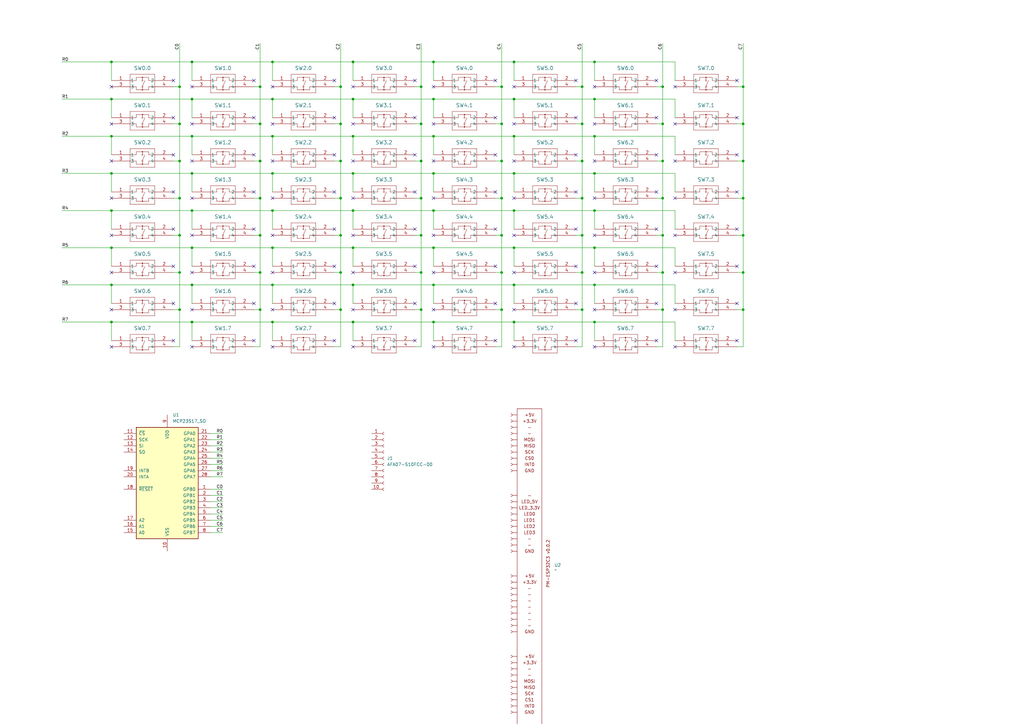
<source format=kicad_sch>
(kicad_sch (version 20231120) (generator "eeschema") (generator_version "8.0")
  (paper "A3")
  (lib_symbols
    (symbol "kicad_inventree_lib:AFA07-S10FCC-00" (pin_names (offset 1.016) hide)
      (property "Reference" "J" (at 0 12.7 0))
      (property "Value" "AFA07-S10FCC-00" (at 0 -15.24 0))
      (symbol "AFA07-S10FCC-00_1_1"
        (pin passive line (at -5.08 10.16 0) (length 3.81) (name "Pin_1") (number "1"))
        (pin passive line (at -5.08 -12.7 0) (length 3.81) (name "Pin_10") (number "10"))
        (pin passive line (at -5.08 7.62 0) (length 3.81) (name "Pin_2") (number "2"))
        (pin passive line (at -5.08 5.08 0) (length 3.81) (name "Pin_3") (number "3"))
        (pin passive line (at -5.08 2.54 0) (length 3.81) (name "Pin_4") (number "4"))
        (pin passive line (at -5.08 0 0) (length 3.81) (name "Pin_5") (number "5"))
        (pin passive line (at -5.08 -2.54 0) (length 3.81) (name "Pin_6") (number "6"))
        (pin passive line (at -5.08 -5.08 0) (length 3.81) (name "Pin_7") (number "7"))
        (pin passive line (at -5.08 -7.62 0) (length 3.81) (name "Pin_8") (number "8"))
        (pin passive line (at -5.08 -10.16 0) (length 3.81) (name "Pin_9") (number "9"))
      )
    )
    (symbol "kicad_inventree_lib:MCP23S17_SO" (pin_names (offset 1.016))
      (property "Reference" "U" (at -11.43 24.13 0))
      (property "Value" "MCP23S17_SO" (at 0 0 0))
      (symbol "MCP23S17_SO_1_1"
        (pin bidirectional line (at 17.78 -2.54 180) (length 5.08) (name "GPB0") (number "1"))
        (pin power_in line (at 0 -27.94 90) (length 5.08) (name "VSS") (number "10"))
        (pin input line (at -17.78 20.32 0) (length 5.08) (name "~{CS}") (number "11"))
        (pin input line (at -17.78 17.78 0) (length 5.08) (name "SCK") (number "12"))
        (pin input line (at -17.78 15.24 0) (length 5.08) (name "SI") (number "13"))
        (pin output line (at -17.78 12.7 0) (length 5.08) (name "SO") (number "14"))
        (pin input line (at -17.78 -20.32 0) (length 5.08) (name "A0") (number "15"))
        (pin input line (at -17.78 -17.78 0) (length 5.08) (name "A1") (number "16"))
        (pin input line (at -17.78 -15.24 0) (length 5.08) (name "A2") (number "17"))
        (pin input line (at -17.78 -2.54 0) (length 5.08) (name "~{RESET}") (number "18"))
        (pin tri_state line (at -17.78 5.08 0) (length 5.08) (name "INTB") (number "19"))
        (pin bidirectional line (at 17.78 -5.08 180) (length 5.08) (name "GPB1") (number "2"))
        (pin tri_state line (at -17.78 2.54 0) (length 5.08) (name "INTA") (number "20"))
        (pin bidirectional line (at 17.78 20.32 180) (length 5.08) (name "GPA0") (number "21"))
        (pin bidirectional line (at 17.78 17.78 180) (length 5.08) (name "GPA1") (number "22"))
        (pin bidirectional line (at 17.78 15.24 180) (length 5.08) (name "GPA2") (number "23"))
        (pin bidirectional line (at 17.78 12.7 180) (length 5.08) (name "GPA3") (number "24"))
        (pin bidirectional line (at 17.78 10.16 180) (length 5.08) (name "GPA4") (number "25"))
        (pin bidirectional line (at 17.78 7.62 180) (length 5.08) (name "GPA5") (number "26"))
        (pin bidirectional line (at 17.78 5.08 180) (length 5.08) (name "GPA6") (number "27"))
        (pin bidirectional line (at 17.78 2.54 180) (length 5.08) (name "GPA7") (number "28"))
        (pin bidirectional line (at 17.78 -7.62 180) (length 5.08) (name "GPB2") (number "3"))
        (pin bidirectional line (at 17.78 -10.16 180) (length 5.08) (name "GPB3") (number "4"))
        (pin bidirectional line (at 17.78 -12.7 180) (length 5.08) (name "GPB4") (number "5"))
        (pin bidirectional line (at 17.78 -15.24 180) (length 5.08) (name "GPB5") (number "6"))
        (pin bidirectional line (at 17.78 -17.78 180) (length 5.08) (name "GPB6") (number "7"))
        (pin bidirectional line (at 17.78 -20.32 180) (length 5.08) (name "GPB7") (number "8"))
        (pin power_in line (at 0 27.94 270) (length 5.08) (name "VDD") (number "9"))
      )
    )
    (symbol "kicad_inventree_lib:PM-ESP32C3_v0.0.2"
      (property "Reference" "U" (at 0 0 0))
      (symbol "PM-ESP32C3_v0.0.2_1_1"
        (text "+3.3V" (at 0 -106.68 0) (effects (font (size 1.27 1.27))))
        (text "+3.3V" (at 0 -73.66 0) (effects (font (size 1.27 1.27))))
        (text "+3.3V" (at 0 -7.62 0) (effects (font (size 1.27 1.27))))
        (text "+5V" (at 0 -104.14 0) (effects (font (size 1.27 1.27))))
        (text "+5V" (at 0 -71.12 0) (effects (font (size 1.27 1.27))))
        (text "+5V" (at 0 -5.08 0) (effects (font (size 1.27 1.27))))
        (text "-" (at 0 -111.76 0) (effects (font (size 1.27 1.27))))
        (text "-" (at 0 -109.22 0) (effects (font (size 1.27 1.27))))
        (text "-" (at 0 -91.44 0) (effects (font (size 1.27 1.27))))
        (text "-" (at 0 -88.9 0) (effects (font (size 1.27 1.27))))
        (text "-" (at 0 -86.36 0) (effects (font (size 1.27 1.27))))
        (text "-" (at 0 -83.82 0) (effects (font (size 1.27 1.27))))
        (text "-" (at 0 -81.28 0) (effects (font (size 1.27 1.27))))
        (text "-" (at 0 -78.74 0) (effects (font (size 1.27 1.27))))
        (text "-" (at 0 -76.2 0) (effects (font (size 1.27 1.27))))
        (text "-" (at 0 -58.42 0) (effects (font (size 1.27 1.27))))
        (text "-" (at 0 -55.88 0) (effects (font (size 1.27 1.27))))
        (text "-" (at 0 -38.1 0) (effects (font (size 1.27 1.27))))
        (text "-" (at 0 -12.7 0) (effects (font (size 1.27 1.27))))
        (text "-" (at 0 -10.16 0) (effects (font (size 1.27 1.27))))
        (text "CS0" (at 0 -22.86 0) (effects (font (size 1.27 1.27))))
        (text "CS1" (at 0 -121.92 0) (effects (font (size 1.27 1.27))))
        (text "GND" (at 0 -127 0) (effects (font (size 1.27 1.27))))
        (text "GND" (at 0 -93.98 0) (effects (font (size 1.27 1.27))))
        (text "GND" (at 0 -60.96 0) (effects (font (size 1.27 1.27))))
        (text "GND" (at 0 -27.94 0) (effects (font (size 1.27 1.27))))
        (text "INT0" (at 0 -124.46 0) (effects (font (size 1.27 1.27))))
        (text "INT0" (at 0 -25.4 0) (effects (font (size 1.27 1.27))))
        (text "LED0" (at 0 -45.72 0) (effects (font (size 1.27 1.27))))
        (text "LED1" (at 0 -48.26 0) (effects (font (size 1.27 1.27))))
        (text "LED2" (at 0 -50.8 0) (effects (font (size 1.27 1.27))))
        (text "LED3" (at 0 -53.34 0) (effects (font (size 1.27 1.27))))
        (text "LED_3.3V" (at 0 -43.18 0) (effects (font (size 1.27 1.27))))
        (text "LED_5V" (at 0 -40.64 0) (effects (font (size 1.27 1.27))))
        (text "MISO" (at 0 -116.84 0) (effects (font (size 1.27 1.27))))
        (text "MISO" (at 0 -17.78 0) (effects (font (size 1.27 1.27))))
        (text "MOSI" (at 0 -114.3 0) (effects (font (size 1.27 1.27))))
        (text "MOSI" (at 0 -15.24 0) (effects (font (size 1.27 1.27))))
        (text "PM-ESP32C3 v0.0.2" (at 7.62 -66.04 900) (effects (font (size 1.27 1.27))))
        (text "SCK" (at 0 -119.38 0) (effects (font (size 1.27 1.27))))
        (text "SCK" (at 0 -20.32 0) (effects (font (size 1.27 1.27))))
      )
    )
    (symbol "kicad_inventree_lib:TS-1187A-B-A-B" (pin_names (offset 0.254))
      (property "Reference" "SW" (at 12.7 7.62 0))
      (property "Value" "TS-1187A-B-A-B" (at 12.7 5.08 0))
      (symbol "TS-1187A-B-A-B_0_1"
        (pin unspecified line (at 0 0 0) (length 7.62) (name "1") (number "1"))
        (pin unspecified line (at 25.4 0 180) (length 7.62) (name "2") (number "2"))
        (pin unspecified line (at 0 -2.54 0) (length 7.62) (name "3") (number "3"))
        (pin unspecified line (at 25.4 -2.54 180) (length 7.62) (name "4") (number "4"))
      )
    )
  )
  (junction (at 177.8 116.84))
  (junction (at 304.8 35.56))
  (junction (at 177.8 25.4))
  (junction (at 243.84 40.64))
  (junction (at 205.74 96.52))
  (junction (at 304.8 66.04))
  (junction (at 210.82 25.4))
  (junction (at 177.8 40.64))
  (junction (at 73.66 50.8))
  (junction (at 205.74 81.28))
  (junction (at 144.78 40.64))
  (junction (at 78.74 132.08))
  (junction (at 243.84 71.12))
  (junction (at 78.74 25.4))
  (junction (at 177.8 86.36))
  (junction (at 78.74 55.88))
  (junction (at 106.68 96.52))
  (junction (at 106.68 81.28))
  (junction (at 73.66 111.76))
  (junction (at 172.72 81.28))
  (junction (at 45.72 25.4))
  (junction (at 172.72 66.04))
  (junction (at 210.82 40.64))
  (junction (at 45.72 86.36))
  (junction (at 304.8 96.52))
  (junction (at 111.76 116.84))
  (junction (at 144.78 25.4))
  (junction (at 45.72 71.12))
  (junction (at 243.84 132.08))
  (junction (at 73.66 81.28))
  (junction (at 78.74 101.6))
  (junction (at 238.76 50.8))
  (junction (at 210.82 86.36))
  (junction (at 271.78 127))
  (junction (at 73.66 35.56))
  (junction (at 271.78 81.28))
  (junction (at 205.74 127))
  (junction (at 238.76 127))
  (junction (at 205.74 50.8))
  (junction (at 271.78 50.8))
  (junction (at 139.7 35.56))
  (junction (at 304.8 127))
  (junction (at 45.72 55.88))
  (junction (at 177.8 55.88))
  (junction (at 144.78 132.08))
  (junction (at 243.84 25.4))
  (junction (at 139.7 81.28))
  (junction (at 172.72 111.76))
  (junction (at 177.8 71.12))
  (junction (at 243.84 55.88))
  (junction (at 177.8 101.6))
  (junction (at 205.74 35.56))
  (junction (at 106.68 50.8))
  (junction (at 210.82 71.12))
  (junction (at 45.72 116.84))
  (junction (at 172.72 35.56))
  (junction (at 144.78 71.12))
  (junction (at 172.72 96.52))
  (junction (at 210.82 55.88))
  (junction (at 238.76 35.56))
  (junction (at 78.74 116.84))
  (junction (at 139.7 66.04))
  (junction (at 106.68 35.56))
  (junction (at 139.7 50.8))
  (junction (at 139.7 96.52))
  (junction (at 78.74 40.64))
  (junction (at 210.82 101.6))
  (junction (at 271.78 66.04))
  (junction (at 111.76 132.08))
  (junction (at 238.76 96.52))
  (junction (at 45.72 40.64))
  (junction (at 45.72 101.6))
  (junction (at 111.76 71.12))
  (junction (at 271.78 111.76))
  (junction (at 238.76 111.76))
  (junction (at 144.78 55.88))
  (junction (at 172.72 127))
  (junction (at 243.84 86.36))
  (junction (at 139.7 127))
  (junction (at 205.74 66.04))
  (junction (at 238.76 81.28))
  (junction (at 172.72 50.8))
  (junction (at 106.68 127))
  (junction (at 144.78 101.6))
  (junction (at 304.8 81.28))
  (junction (at 210.82 116.84))
  (junction (at 177.8 132.08))
  (junction (at 106.68 111.76))
  (junction (at 243.84 101.6))
  (junction (at 111.76 55.88))
  (junction (at 205.74 111.76))
  (junction (at 139.7 111.76))
  (junction (at 111.76 101.6))
  (junction (at 111.76 40.64))
  (junction (at 73.66 127))
  (junction (at 73.66 66.04))
  (junction (at 243.84 116.84))
  (junction (at 73.66 96.52))
  (junction (at 271.78 35.56))
  (junction (at 238.76 66.04))
  (junction (at 210.82 132.08))
  (junction (at 304.8 111.76))
  (junction (at 45.72 132.08))
  (junction (at 271.78 96.52))
  (junction (at 144.78 86.36))
  (junction (at 106.68 66.04))
  (junction (at 111.76 86.36))
  (junction (at 304.8 50.8))
  (junction (at 78.74 86.36))
  (junction (at 111.76 25.4))
  (junction (at 144.78 116.84))
  (junction (at 78.74 71.12))
  (no_connect (at 71.12 63.5))
  (no_connect (at 203.2 63.5))
  (no_connect (at 111.76 142.24))
  (no_connect (at 243.84 142.24))
  (no_connect (at 45.72 35.56))
  (no_connect (at 243.84 50.8))
  (no_connect (at 203.2 78.74))
  (no_connect (at 78.74 35.56))
  (no_connect (at 276.86 127))
  (no_connect (at 269.24 124.46))
  (no_connect (at 203.2 124.46))
  (no_connect (at 269.24 93.98))
  (no_connect (at 71.12 124.46))
  (no_connect (at 104.14 109.22))
  (no_connect (at 71.12 48.26))
  (no_connect (at 170.18 124.46))
  (no_connect (at 137.16 63.5))
  (no_connect (at 170.18 48.26))
  (no_connect (at 210.82 81.28))
  (no_connect (at 45.72 111.76))
  (no_connect (at 104.14 33.02))
  (no_connect (at 78.74 50.8))
  (no_connect (at 276.86 111.76))
  (no_connect (at 45.72 127))
  (no_connect (at 78.74 66.04))
  (no_connect (at 71.12 109.22))
  (no_connect (at 302.26 33.02))
  (no_connect (at 137.16 78.74))
  (no_connect (at 243.84 111.76))
  (no_connect (at 236.22 139.7))
  (no_connect (at 144.78 66.04))
  (no_connect (at 137.16 139.7))
  (no_connect (at 71.12 33.02))
  (no_connect (at 170.18 109.22))
  (no_connect (at 78.74 96.52))
  (no_connect (at 104.14 93.98))
  (no_connect (at 137.16 48.26))
  (no_connect (at 78.74 81.28))
  (no_connect (at 269.24 109.22))
  (no_connect (at 302.26 78.74))
  (no_connect (at 170.18 33.02))
  (no_connect (at 144.78 96.52))
  (no_connect (at 269.24 48.26))
  (no_connect (at 236.22 63.5))
  (no_connect (at 269.24 139.7))
  (no_connect (at 71.12 93.98))
  (no_connect (at 203.2 93.98))
  (no_connect (at 111.76 111.76))
  (no_connect (at 302.26 109.22))
  (no_connect (at 111.76 66.04))
  (no_connect (at 203.2 48.26))
  (no_connect (at 170.18 139.7))
  (no_connect (at 302.26 63.5))
  (no_connect (at 210.82 35.56))
  (no_connect (at 104.14 78.74))
  (no_connect (at 45.72 96.52))
  (no_connect (at 137.16 33.02))
  (no_connect (at 236.22 48.26))
  (no_connect (at 144.78 111.76))
  (no_connect (at 302.26 139.7))
  (no_connect (at 203.2 109.22))
  (no_connect (at 104.14 48.26))
  (no_connect (at 111.76 81.28))
  (no_connect (at 78.74 142.24))
  (no_connect (at 137.16 93.98))
  (no_connect (at 210.82 66.04))
  (no_connect (at 144.78 50.8))
  (no_connect (at 177.8 81.28))
  (no_connect (at 144.78 35.56))
  (no_connect (at 276.86 81.28))
  (no_connect (at 104.14 63.5))
  (no_connect (at 78.74 111.76))
  (no_connect (at 45.72 142.24))
  (no_connect (at 236.22 124.46))
  (no_connect (at 177.8 111.76))
  (no_connect (at 177.8 142.24))
  (no_connect (at 137.16 109.22))
  (no_connect (at 78.74 127))
  (no_connect (at 104.14 139.7))
  (no_connect (at 111.76 127))
  (no_connect (at 203.2 139.7))
  (no_connect (at 243.84 81.28))
  (no_connect (at 45.72 50.8))
  (no_connect (at 269.24 78.74))
  (no_connect (at 236.22 109.22))
  (no_connect (at 45.72 66.04))
  (no_connect (at 302.26 93.98))
  (no_connect (at 177.8 127))
  (no_connect (at 210.82 111.76))
  (no_connect (at 71.12 139.7))
  (no_connect (at 144.78 81.28))
  (no_connect (at 170.18 78.74))
  (no_connect (at 276.86 50.8))
  (no_connect (at 144.78 142.24))
  (no_connect (at 269.24 33.02))
  (no_connect (at 137.16 124.46))
  (no_connect (at 71.12 78.74))
  (no_connect (at 236.22 93.98))
  (no_connect (at 302.26 124.46))
  (no_connect (at 170.18 93.98))
  (no_connect (at 45.72 81.28))
  (no_connect (at 177.8 35.56))
  (no_connect (at 203.2 33.02))
  (no_connect (at 177.8 96.52))
  (no_connect (at 243.84 96.52))
  (no_connect (at 243.84 127))
  (no_connect (at 276.86 66.04))
  (no_connect (at 269.24 63.5))
  (no_connect (at 210.82 50.8))
  (no_connect (at 210.82 142.24))
  (no_connect (at 177.8 50.8))
  (no_connect (at 210.82 96.52))
  (no_connect (at 177.8 66.04))
  (no_connect (at 104.14 124.46))
  (no_connect (at 111.76 96.52))
  (no_connect (at 210.82 127))
  (no_connect (at 236.22 78.74))
  (no_connect (at 144.78 127))
  (no_connect (at 111.76 35.56))
  (no_connect (at 111.76 50.8))
  (no_connect (at 236.22 33.02))
  (no_connect (at 276.86 142.24))
  (no_connect (at 170.18 63.5))
  (no_connect (at 276.86 35.56))
  (no_connect (at 243.84 35.56))
  (no_connect (at 243.84 66.04))
  (no_connect (at 302.26 48.26))
  (no_connect (at 276.86 96.52))
  (wire (pts (xy 137.16 127) (xy 139.7 127)))
  (wire (pts (xy 276.86 124.46) (xy 276.86 116.84)))
  (wire (pts (xy 271.78 50.8) (xy 269.24 50.8)))
  (wire (pts (xy 236.22 96.52) (xy 238.76 96.52)))
  (wire (pts (xy 25.4 40.64) (xy 45.72 40.64)))
  (wire (pts (xy 210.82 93.98) (xy 210.82 86.36)))
  (wire (pts (xy 203.2 96.52) (xy 205.74 96.52)))
  (wire (pts (xy 144.78 116.84) (xy 177.8 116.84)))
  (wire (pts (xy 177.8 33.02) (xy 177.8 25.4)))
  (wire (pts (xy 86.36 200.66) (xy 91.44 200.66)))
  (wire (pts (xy 71.12 127) (xy 73.66 127)))
  (wire (pts (xy 177.8 25.4) (xy 210.82 25.4)))
  (wire (pts (xy 172.72 96.52) (xy 172.72 81.28)))
  (wire (pts (xy 144.78 132.08) (xy 177.8 132.08)))
  (wire (pts (xy 106.68 17.78) (xy 106.68 35.56)))
  (wire (pts (xy 45.72 116.84) (xy 45.72 124.46)))
  (wire (pts (xy 172.72 127) (xy 172.72 111.76)))
  (wire (pts (xy 203.2 127) (xy 205.74 127)))
  (wire (pts (xy 243.84 101.6) (xy 276.86 101.6)))
  (wire (pts (xy 144.78 71.12) (xy 177.8 71.12)))
  (wire (pts (xy 276.86 55.88) (xy 243.84 55.88)))
  (wire (pts (xy 144.78 55.88) (xy 144.78 63.5)))
  (wire (pts (xy 210.82 25.4) (xy 243.84 25.4)))
  (wire (pts (xy 78.74 101.6) (xy 111.76 101.6)))
  (wire (pts (xy 170.18 35.56) (xy 172.72 35.56)))
  (wire (pts (xy 243.84 71.12) (xy 243.84 78.74)))
  (wire (pts (xy 271.78 81.28) (xy 271.78 66.04)))
  (wire (pts (xy 25.4 132.08) (xy 45.72 132.08)))
  (wire (pts (xy 144.78 101.6) (xy 177.8 101.6)))
  (wire (pts (xy 45.72 116.84) (xy 78.74 116.84)))
  (wire (pts (xy 304.8 127) (xy 304.8 111.76)))
  (wire (pts (xy 172.72 111.76) (xy 172.72 96.52)))
  (wire (pts (xy 45.72 71.12) (xy 45.72 78.74)))
  (wire (pts (xy 243.84 124.46) (xy 243.84 116.84)))
  (wire (pts (xy 269.24 81.28) (xy 271.78 81.28)))
  (wire (pts (xy 78.74 116.84) (xy 111.76 116.84)))
  (wire (pts (xy 236.22 142.24) (xy 238.76 142.24)))
  (wire (pts (xy 71.12 111.76) (xy 73.66 111.76)))
  (wire (pts (xy 25.4 116.84) (xy 45.72 116.84)))
  (wire (pts (xy 144.78 78.74) (xy 144.78 71.12)))
  (wire (pts (xy 276.86 132.08) (xy 243.84 132.08)))
  (wire (pts (xy 106.68 35.56) (xy 106.68 50.8)))
  (wire (pts (xy 139.7 111.76) (xy 139.7 96.52)))
  (wire (pts (xy 86.36 210.82) (xy 91.44 210.82)))
  (wire (pts (xy 78.74 48.26) (xy 78.74 40.64)))
  (wire (pts (xy 104.14 96.52) (xy 106.68 96.52)))
  (wire (pts (xy 139.7 35.56) (xy 139.7 50.8)))
  (wire (pts (xy 271.78 142.24) (xy 271.78 127)))
  (wire (pts (xy 243.84 25.4) (xy 276.86 25.4)))
  (wire (pts (xy 236.22 81.28) (xy 238.76 81.28)))
  (wire (pts (xy 210.82 55.88) (xy 210.82 63.5)))
  (wire (pts (xy 71.12 96.52) (xy 73.66 96.52)))
  (wire (pts (xy 86.36 205.74) (xy 91.44 205.74)))
  (wire (pts (xy 238.76 96.52) (xy 238.76 81.28)))
  (wire (pts (xy 177.8 86.36) (xy 210.82 86.36)))
  (wire (pts (xy 45.72 25.4) (xy 45.72 33.02)))
  (wire (pts (xy 276.86 78.74) (xy 276.86 71.12)))
  (wire (pts (xy 45.72 40.64) (xy 78.74 40.64)))
  (wire (pts (xy 104.14 35.56) (xy 106.68 35.56)))
  (wire (pts (xy 73.66 50.8) (xy 71.12 50.8)))
  (wire (pts (xy 106.68 111.76) (xy 106.68 96.52)))
  (wire (pts (xy 78.74 132.08) (xy 78.74 139.7)))
  (wire (pts (xy 25.4 25.4) (xy 45.72 25.4)))
  (wire (pts (xy 144.78 33.02) (xy 144.78 25.4)))
  (wire (pts (xy 139.7 66.04) (xy 139.7 50.8)))
  (wire (pts (xy 238.76 50.8) (xy 236.22 50.8)))
  (wire (pts (xy 73.66 66.04) (xy 73.66 50.8)))
  (wire (pts (xy 203.2 66.04) (xy 205.74 66.04)))
  (wire (pts (xy 111.76 101.6) (xy 144.78 101.6)))
  (wire (pts (xy 210.82 116.84) (xy 210.82 124.46)))
  (wire (pts (xy 210.82 71.12) (xy 243.84 71.12)))
  (wire (pts (xy 304.8 111.76) (xy 304.8 96.52)))
  (wire (pts (xy 86.36 193.04) (xy 91.44 193.04)))
  (wire (pts (xy 104.14 127) (xy 106.68 127)))
  (wire (pts (xy 210.82 48.26) (xy 210.82 40.64)))
  (wire (pts (xy 172.72 66.04) (xy 172.72 50.8)))
  (wire (pts (xy 276.86 71.12) (xy 243.84 71.12)))
  (wire (pts (xy 269.24 66.04) (xy 271.78 66.04)))
  (wire (pts (xy 203.2 142.24) (xy 205.74 142.24)))
  (wire (pts (xy 269.24 35.56) (xy 271.78 35.56)))
  (wire (pts (xy 111.76 109.22) (xy 111.76 101.6)))
  (wire (pts (xy 71.12 81.28) (xy 73.66 81.28)))
  (wire (pts (xy 304.8 81.28) (xy 304.8 66.04)))
  (wire (pts (xy 25.4 55.88) (xy 45.72 55.88)))
  (wire (pts (xy 86.36 195.58) (xy 91.44 195.58)))
  (wire (pts (xy 111.76 33.02) (xy 111.76 25.4)))
  (wire (pts (xy 71.12 66.04) (xy 73.66 66.04)))
  (wire (pts (xy 78.74 63.5) (xy 78.74 55.88)))
  (wire (pts (xy 106.68 96.52) (xy 106.68 81.28)))
  (wire (pts (xy 45.72 132.08) (xy 45.72 139.7)))
  (wire (pts (xy 170.18 96.52) (xy 172.72 96.52)))
  (wire (pts (xy 78.74 78.74) (xy 78.74 71.12)))
  (wire (pts (xy 243.84 86.36) (xy 276.86 86.36)))
  (wire (pts (xy 177.8 139.7) (xy 177.8 132.08)))
  (wire (pts (xy 78.74 132.08) (xy 111.76 132.08)))
  (wire (pts (xy 45.72 71.12) (xy 78.74 71.12)))
  (wire (pts (xy 45.72 55.88) (xy 78.74 55.88)))
  (wire (pts (xy 302.26 142.24) (xy 304.8 142.24)))
  (wire (pts (xy 238.76 35.56) (xy 238.76 50.8)))
  (wire (pts (xy 139.7 50.8) (xy 137.16 50.8)))
  (wire (pts (xy 111.76 55.88) (xy 111.76 63.5)))
  (wire (pts (xy 172.72 35.56) (xy 172.72 50.8)))
  (wire (pts (xy 86.36 177.8) (xy 91.44 177.8)))
  (wire (pts (xy 111.76 40.64) (xy 144.78 40.64)))
  (wire (pts (xy 210.82 101.6) (xy 243.84 101.6)))
  (wire (pts (xy 271.78 66.04) (xy 271.78 50.8)))
  (wire (pts (xy 205.74 66.04) (xy 205.74 50.8)))
  (wire (pts (xy 78.74 33.02) (xy 78.74 25.4)))
  (wire (pts (xy 144.78 55.88) (xy 177.8 55.88)))
  (wire (pts (xy 302.26 111.76) (xy 304.8 111.76)))
  (wire (pts (xy 78.74 109.22) (xy 78.74 101.6)))
  (wire (pts (xy 302.26 96.52) (xy 304.8 96.52)))
  (wire (pts (xy 86.36 180.34) (xy 91.44 180.34)))
  (wire (pts (xy 276.86 33.02) (xy 276.86 25.4)))
  (wire (pts (xy 78.74 25.4) (xy 111.76 25.4)))
  (wire (pts (xy 236.22 127) (xy 238.76 127)))
  (wire (pts (xy 210.82 33.02) (xy 210.82 25.4)))
  (wire (pts (xy 210.82 55.88) (xy 243.84 55.88)))
  (wire (pts (xy 276.86 93.98) (xy 276.86 86.36)))
  (wire (pts (xy 210.82 78.74) (xy 210.82 71.12)))
  (wire (pts (xy 172.72 17.78) (xy 172.72 35.56)))
  (wire (pts (xy 144.78 48.26) (xy 144.78 40.64)))
  (wire (pts (xy 45.72 101.6) (xy 78.74 101.6)))
  (wire (pts (xy 238.76 142.24) (xy 238.76 127)))
  (wire (pts (xy 205.74 96.52) (xy 205.74 81.28)))
  (wire (pts (xy 45.72 40.64) (xy 45.72 48.26)))
  (wire (pts (xy 106.68 127) (xy 106.68 111.76)))
  (wire (pts (xy 139.7 17.78) (xy 139.7 35.56)))
  (wire (pts (xy 137.16 66.04) (xy 139.7 66.04)))
  (wire (pts (xy 205.74 50.8) (xy 203.2 50.8)))
  (wire (pts (xy 86.36 185.42) (xy 91.44 185.42)))
  (wire (pts (xy 177.8 55.88) (xy 210.82 55.88)))
  (wire (pts (xy 144.78 109.22) (xy 144.78 101.6)))
  (wire (pts (xy 111.76 132.08) (xy 144.78 132.08)))
  (wire (pts (xy 137.16 111.76) (xy 139.7 111.76)))
  (wire (pts (xy 210.82 139.7) (xy 210.82 132.08)))
  (wire (pts (xy 210.82 86.36) (xy 243.84 86.36)))
  (wire (pts (xy 86.36 213.36) (xy 91.44 213.36)))
  (wire (pts (xy 139.7 96.52) (xy 139.7 81.28)))
  (wire (pts (xy 304.8 50.8) (xy 302.26 50.8)))
  (wire (pts (xy 205.74 81.28) (xy 205.74 66.04)))
  (wire (pts (xy 111.76 25.4) (xy 144.78 25.4)))
  (wire (pts (xy 236.22 35.56) (xy 238.76 35.56)))
  (wire (pts (xy 86.36 218.44) (xy 91.44 218.44)))
  (wire (pts (xy 139.7 81.28) (xy 139.7 66.04)))
  (wire (pts (xy 276.86 48.26) (xy 276.86 40.64)))
  (wire (pts (xy 170.18 66.04) (xy 172.72 66.04)))
  (wire (pts (xy 203.2 111.76) (xy 205.74 111.76)))
  (wire (pts (xy 106.68 81.28) (xy 106.68 66.04)))
  (wire (pts (xy 170.18 111.76) (xy 172.72 111.76)))
  (wire (pts (xy 304.8 96.52) (xy 304.8 81.28)))
  (wire (pts (xy 106.68 66.04) (xy 106.68 50.8)))
  (wire (pts (xy 73.66 35.56) (xy 73.66 50.8)))
  (wire (pts (xy 302.26 66.04) (xy 304.8 66.04)))
  (wire (pts (xy 73.66 81.28) (xy 73.66 66.04)))
  (wire (pts (xy 271.78 127) (xy 271.78 111.76)))
  (wire (pts (xy 243.84 93.98) (xy 243.84 86.36)))
  (wire (pts (xy 302.26 35.56) (xy 304.8 35.56)))
  (wire (pts (xy 73.66 17.78) (xy 73.66 35.56)))
  (wire (pts (xy 25.4 86.36) (xy 45.72 86.36)))
  (wire (pts (xy 144.78 86.36) (xy 177.8 86.36)))
  (wire (pts (xy 205.74 35.56) (xy 205.74 50.8)))
  (wire (pts (xy 269.24 127) (xy 271.78 127)))
  (wire (pts (xy 243.84 40.64) (xy 276.86 40.64)))
  (wire (pts (xy 144.78 71.12) (xy 111.76 71.12)))
  (wire (pts (xy 238.76 17.78) (xy 238.76 35.56)))
  (wire (pts (xy 238.76 111.76) (xy 238.76 96.52)))
  (wire (pts (xy 269.24 142.24) (xy 271.78 142.24)))
  (wire (pts (xy 271.78 17.78) (xy 271.78 35.56)))
  (wire (pts (xy 238.76 66.04) (xy 238.76 50.8)))
  (wire (pts (xy 177.8 40.64) (xy 210.82 40.64)))
  (wire (pts (xy 170.18 127) (xy 172.72 127)))
  (wire (pts (xy 111.76 93.98) (xy 111.76 86.36)))
  (wire (pts (xy 304.8 66.04) (xy 304.8 50.8)))
  (wire (pts (xy 177.8 132.08) (xy 210.82 132.08)))
  (wire (pts (xy 172.72 81.28) (xy 172.72 66.04)))
  (wire (pts (xy 86.36 190.5) (xy 91.44 190.5)))
  (wire (pts (xy 71.12 142.24) (xy 73.66 142.24)))
  (wire (pts (xy 177.8 124.46) (xy 177.8 116.84)))
  (wire (pts (xy 269.24 111.76) (xy 271.78 111.76)))
  (wire (pts (xy 205.74 142.24) (xy 205.74 127)))
  (wire (pts (xy 73.66 96.52) (xy 73.66 81.28)))
  (wire (pts (xy 25.4 101.6) (xy 45.72 101.6)))
  (wire (pts (xy 304.8 17.78) (xy 304.8 35.56)))
  (wire (pts (xy 170.18 81.28) (xy 172.72 81.28)))
  (wire (pts (xy 86.36 182.88) (xy 91.44 182.88)))
  (wire (pts (xy 25.4 71.12) (xy 45.72 71.12)))
  (wire (pts (xy 205.74 111.76) (xy 205.74 96.52)))
  (wire (pts (xy 177.8 48.26) (xy 177.8 40.64)))
  (wire (pts (xy 144.78 116.84) (xy 111.76 116.84)))
  (wire (pts (xy 302.26 81.28) (xy 304.8 81.28)))
  (wire (pts (xy 106.68 50.8) (xy 104.14 50.8)))
  (wire (pts (xy 210.82 40.64) (xy 243.84 40.64)))
  (wire (pts (xy 78.74 124.46) (xy 78.74 116.84)))
  (wire (pts (xy 45.72 55.88) (xy 45.72 63.5)))
  (wire (pts (xy 238.76 127) (xy 238.76 111.76)))
  (wire (pts (xy 144.78 86.36) (xy 144.78 93.98)))
  (wire (pts (xy 144.78 124.46) (xy 144.78 116.84)))
  (wire (pts (xy 271.78 35.56) (xy 271.78 50.8)))
  (wire (pts (xy 45.72 86.36) (xy 78.74 86.36)))
  (wire (pts (xy 243.84 48.26) (xy 243.84 40.64)))
  (wire (pts (xy 137.16 35.56) (xy 139.7 35.56)))
  (wire (pts (xy 139.7 142.24) (xy 139.7 127)))
  (wire (pts (xy 73.66 142.24) (xy 73.66 127)))
  (wire (pts (xy 111.76 86.36) (xy 144.78 86.36)))
  (wire (pts (xy 139.7 127) (xy 139.7 111.76)))
  (wire (pts (xy 137.16 142.24) (xy 139.7 142.24)))
  (wire (pts (xy 271.78 111.76) (xy 271.78 96.52)))
  (wire (pts (xy 172.72 142.24) (xy 172.72 127)))
  (wire (pts (xy 144.78 40.64) (xy 177.8 40.64)))
  (wire (pts (xy 243.84 116.84) (xy 276.86 116.84)))
  (wire (pts (xy 236.22 111.76) (xy 238.76 111.76)))
  (wire (pts (xy 106.68 142.24) (xy 106.68 127)))
  (wire (pts (xy 302.26 127) (xy 304.8 127)))
  (wire (pts (xy 144.78 139.7) (xy 144.78 132.08)))
  (wire (pts (xy 78.74 40.64) (xy 111.76 40.64)))
  (wire (pts (xy 45.72 101.6) (xy 45.72 109.22)))
  (wire (pts (xy 238.76 81.28) (xy 238.76 66.04)))
  (wire (pts (xy 78.74 71.12) (xy 111.76 71.12)))
  (wire (pts (xy 276.86 55.88) (xy 276.86 63.5)))
  (wire (pts (xy 86.36 187.96) (xy 91.44 187.96)))
  (wire (pts (xy 86.36 215.9) (xy 91.44 215.9)))
  (wire (pts (xy 203.2 81.28) (xy 205.74 81.28)))
  (wire (pts (xy 243.84 33.02) (xy 243.84 25.4)))
  (wire (pts (xy 177.8 93.98) (xy 177.8 86.36)))
  (wire (pts (xy 276.86 109.22) (xy 276.86 101.6)))
  (wire (pts (xy 78.74 55.88) (xy 111.76 55.88)))
  (wire (pts (xy 78.74 132.08) (xy 45.72 132.08)))
  (wire (pts (xy 71.12 35.56) (xy 73.66 35.56)))
  (wire (pts (xy 104.14 111.76) (xy 106.68 111.76)))
  (wire (pts (xy 210.82 109.22) (xy 210.82 101.6)))
  (wire (pts (xy 236.22 66.04) (xy 238.76 66.04)))
  (wire (pts (xy 137.16 96.52) (xy 139.7 96.52)))
  (wire (pts (xy 243.84 116.84) (xy 210.82 116.84)))
  (wire (pts (xy 177.8 55.88) (xy 177.8 63.5)))
  (wire (pts (xy 73.66 111.76) (xy 73.66 96.52)))
  (wire (pts (xy 243.84 132.08) (xy 243.84 139.7)))
  (wire (pts (xy 144.78 25.4) (xy 177.8 25.4)))
  (wire (pts (xy 243.84 55.88) (xy 243.84 63.5)))
  (wire (pts (xy 78.74 86.36) (xy 111.76 86.36)))
  (wire (pts (xy 111.76 71.12) (xy 111.76 78.74)))
  (wire (pts (xy 111.76 116.84) (xy 111.76 124.46)))
  (wire (pts (xy 78.74 93.98) (xy 78.74 86.36)))
  (wire (pts (xy 170.18 142.24) (xy 172.72 142.24)))
  (wire (pts (xy 269.24 96.52) (xy 271.78 96.52)))
  (wire (pts (xy 177.8 101.6) (xy 177.8 109.22)))
  (wire (pts (xy 276.86 139.7) (xy 276.86 132.08)))
  (wire (pts (xy 304.8 142.24) (xy 304.8 127)))
  (wire (pts (xy 271.78 96.52) (xy 271.78 81.28)))
  (wire (pts (xy 210.82 101.6) (xy 177.8 101.6)))
  (wire (pts (xy 177.8 116.84) (xy 210.82 116.84)))
  (wire (pts (xy 111.76 139.7) (xy 111.76 132.08)))
  (wire (pts (xy 86.36 203.2) (xy 91.44 203.2)))
  (wire (pts (xy 78.74 25.4) (xy 45.72 25.4)))
  (wire (pts (xy 104.14 81.28) (xy 106.68 81.28)))
  (wire (pts (xy 73.66 127) (xy 73.66 111.76)))
  (wire (pts (xy 203.2 35.56) (xy 205.74 35.56)))
  (wire (pts (xy 205.74 17.78) (xy 205.74 35.56)))
  (wire (pts (xy 137.16 81.28) (xy 139.7 81.28)))
  (wire (pts (xy 304.8 35.56) (xy 304.8 50.8)))
  (wire (pts (xy 111.76 48.26) (xy 111.76 40.64)))
  (wire (pts (xy 111.76 55.88) (xy 144.78 55.88)))
  (wire (pts (xy 205.74 127) (xy 205.74 111.76)))
  (wire (pts (xy 104.14 66.04) (xy 106.68 66.04)))
  (wire (pts (xy 86.36 208.28) (xy 91.44 208.28)))
  (wire (pts (xy 177.8 71.12) (xy 210.82 71.12)))
  (wire (pts (xy 243.84 109.22) (xy 243.84 101.6)))
  (wire (pts (xy 104.14 142.24) (xy 106.68 142.24)))
  (wire (pts (xy 210.82 132.08) (xy 243.84 132.08)))
  (wire (pts (xy 172.72 50.8) (xy 170.18 50.8)))
  (wire (pts (xy 45.72 86.36) (xy 45.72 93.98)))
  (wire (pts (xy 177.8 78.74) (xy 177.8 71.12)))
  (label "C6" (at 91.44 215.9 180))
  (label "R3" (at 25.4 71.12 0))
  (label "R0" (at 25.4 25.4 0))
  (label "R5" (at 91.44 190.5 180))
  (label "R4" (at 91.44 187.96 180))
  (label "C5" (at 238.76 17.78 270))
  (label "C5" (at 91.44 213.36 180))
  (label "C1" (at 106.68 17.78 270))
  (label "R4" (at 25.4 86.36 0))
  (label "R5" (at 25.4 101.6 0))
  (label "C0" (at 73.66 17.78 270))
  (label "R7" (at 25.4 132.08 0))
  (label "C6" (at 271.78 17.78 270))
  (label "R3" (at 91.44 185.42 180))
  (label "C7" (at 304.8 17.78 270))
  (label "R0" (at 91.44 177.8 180))
  (label "R2" (at 91.44 182.88 180))
  (label "C3" (at 91.44 208.28 180))
  (label "R2" (at 25.4 55.88 0))
  (label "C2" (at 91.44 205.74 180))
  (label "C1" (at 91.44 203.2 180))
  (label "R1" (at 25.4 40.64 0))
  (label "C0" (at 91.44 200.66 180))
  (label "C3" (at 172.72 17.78 270))
  (label "R1" (at 91.44 180.34 180))
  (label "R6" (at 91.44 193.04 180))
  (label "R6" (at 25.4 116.84 0))
  (label "C2" (at 139.7 17.78 270))
  (label "C7" (at 91.44 218.44 180))
  (label "C4" (at 91.44 210.82 180))
  (label "C4" (at 205.74 17.78 270))
  (label "R7" (at 91.44 195.58 180))
  (symbol (lib_id "kicad_inventree_lib:TS-1187A-B-A-B") (at 276.86 63.5 0) (unit 1)
    (property "Reference" "SW7.2" (at 289.56 58.42 0) (effects (font (size 1.524 1.524))))
    (property "Value" "TS-1187A-B-A-B" (effects (hide yes)))
    (property "Footprint" "TS-1187A-B-A-B_XKB" (effects (hide yes)))
    (property "Datasheet" "TS-1187A-B-A-B" (effects (hide yes)))
  )
  (symbol (lib_id "kicad_inventree_lib:TS-1187A-B-A-B") (at 210.82 139.7 0) (unit 1)
    (property "Reference" "SW5.7" (at 223.52 134.62 0) (effects (font (size 1.524 1.524))))
    (property "Value" "TS-1187A-B-A-B" (effects (hide yes)))
    (property "Footprint" "TS-1187A-B-A-B_XKB" (effects (hide yes)))
    (property "Datasheet" "TS-1187A-B-A-B" (effects (hide yes)))
  )
  (symbol (lib_id "kicad_inventree_lib:TS-1187A-B-A-B") (at 45.72 93.98 0) (unit 1)
    (property "Reference" "SW0.4" (at 58.42 88.9 0) (effects (font (size 1.524 1.524))))
    (property "Value" "TS-1187A-B-A-B" (effects (hide yes)))
    (property "Footprint" "TS-1187A-B-A-B_XKB" (effects (hide yes)))
    (property "Datasheet" "TS-1187A-B-A-B" (effects (hide yes)))
  )
  (symbol (lib_id "kicad_inventree_lib:TS-1187A-B-A-B") (at 45.72 109.22 0) (unit 1)
    (property "Reference" "SW0.5" (at 58.42 104.14 0) (effects (font (size 1.524 1.524))))
    (property "Value" "TS-1187A-B-A-B" (effects (hide yes)))
    (property "Footprint" "TS-1187A-B-A-B_XKB" (effects (hide yes)))
    (property "Datasheet" "TS-1187A-B-A-B" (effects (hide yes)))
  )
  (symbol (lib_id "kicad_inventree_lib:TS-1187A-B-A-B") (at 45.72 124.46 0) (unit 1)
    (property "Reference" "SW0.6" (at 58.42 119.38 0) (effects (font (size 1.524 1.524))))
    (property "Value" "TS-1187A-B-A-B" (effects (hide yes)))
    (property "Footprint" "TS-1187A-B-A-B_XKB" (effects (hide yes)))
    (property "Datasheet" "TS-1187A-B-A-B" (effects (hide yes)))
  )
  (symbol (lib_id "kicad_inventree_lib:TS-1187A-B-A-B") (at 111.76 139.7 0) (unit 1)
    (property "Reference" "SW2.7" (at 124.46 134.62 0) (effects (font (size 1.524 1.524))))
    (property "Value" "TS-1187A-B-A-B" (effects (hide yes)))
    (property "Footprint" "TS-1187A-B-A-B_XKB" (effects (hide yes)))
    (property "Datasheet" "TS-1187A-B-A-B" (effects (hide yes)))
  )
  (symbol (lib_id "kicad_inventree_lib:TS-1187A-B-A-B") (at 144.78 48.26 0) (unit 1)
    (property "Reference" "SW3.1" (at 157.48 43.18 0) (effects (font (size 1.524 1.524))))
    (property "Value" "TS-1187A-B-A-B" (effects (hide yes)))
    (property "Footprint" "TS-1187A-B-A-B_XKB" (effects (hide yes)))
    (property "Datasheet" "TS-1187A-B-A-B" (effects (hide yes)))
  )
  (symbol (lib_id "kicad_inventree_lib:TS-1187A-B-A-B") (at 177.8 109.22 0) (unit 1)
    (property "Reference" "SW4.5" (at 190.5 104.14 0) (effects (font (size 1.524 1.524))))
    (property "Value" "TS-1187A-B-A-B" (effects (hide yes)))
    (property "Footprint" "TS-1187A-B-A-B_XKB" (effects (hide yes)))
    (property "Datasheet" "TS-1187A-B-A-B" (effects (hide yes)))
  )
  (symbol (lib_id "kicad_inventree_lib:AFA07-S10FCC-00") (at 157.48 187.96 0) (unit 1)
    (property "Reference" "J1" (at 158.75 187.9599 0) (effects (justify left)))
    (property "Value" "AFA07-S10FCC-00" (at 158.75 190.4999 0) (effects (justify left)))
    (property "Footprint" "kicad_inventree_lib:CONN10_AFA07-S10_JUS" (effects (hide yes)))
    (property "Datasheet" "http://inventree.network/part/170/" (effects (hide yes)))
    (property "Description" "Generic connector, single row, 01x10, script generated" (effects (hide yes)))
  )
  (symbol (lib_id "kicad_inventree_lib:TS-1187A-B-A-B") (at 111.76 109.22 0) (unit 1)
    (property "Reference" "SW2.5" (at 124.46 104.14 0) (effects (font (size 1.524 1.524))))
    (property "Value" "TS-1187A-B-A-B" (effects (hide yes)))
    (property "Footprint" "TS-1187A-B-A-B_XKB" (effects (hide yes)))
    (property "Datasheet" "TS-1187A-B-A-B" (effects (hide yes)))
  )
  (symbol (lib_id "kicad_inventree_lib:TS-1187A-B-A-B") (at 111.76 78.74 0) (unit 1)
    (property "Reference" "SW2.3" (at 124.46 73.66 0) (effects (font (size 1.524 1.524))))
    (property "Value" "TS-1187A-B-A-B" (effects (hide yes)))
    (property "Footprint" "TS-1187A-B-A-B_XKB" (effects (hide yes)))
    (property "Datasheet" "TS-1187A-B-A-B" (effects (hide yes)))
  )
  (symbol (lib_id "kicad_inventree_lib:TS-1187A-B-A-B") (at 276.86 139.7 0) (unit 1)
    (property "Reference" "SW7.7" (at 289.56 134.62 0) (effects (font (size 1.524 1.524))))
    (property "Value" "TS-1187A-B-A-B" (effects (hide yes)))
    (property "Footprint" "TS-1187A-B-A-B_XKB" (effects (hide yes)))
    (property "Datasheet" "TS-1187A-B-A-B" (effects (hide yes)))
  )
  (symbol (lib_id "kicad_inventree_lib:TS-1187A-B-A-B") (at 144.78 78.74 0) (unit 1)
    (property "Reference" "SW3.3" (at 157.48 73.66 0) (effects (font (size 1.524 1.524))))
    (property "Value" "TS-1187A-B-A-B" (effects (hide yes)))
    (property "Footprint" "TS-1187A-B-A-B_XKB" (effects (hide yes)))
    (property "Datasheet" "TS-1187A-B-A-B" (effects (hide yes)))
  )
  (symbol (lib_id "kicad_inventree_lib:MCP23S17_SO") (at 68.58 198.12 0) (unit 1)
    (property "Reference" "U1" (at 70.7741 170.18 0) (effects (justify left)))
    (property "Value" "MCP23S17_SO" (at 70.7741 172.72 0) (effects (justify left)))
    (property "Footprint" "Package_SO:SOIC-28W_7.5x17.9mm_P1.27mm" (effects (hide yes)))
    (property "Datasheet" "http://inventree.network/part/105/" (effects (hide yes)))
    (property "Description" "16-bit I/O expander, SPI, interrupts, w pull-ups, SOIC-28" (effects (hide yes)))
    (property "part_ipn" "MCP23S17-E/SO" (effects (hide yes)))
  )
  (symbol (lib_id "kicad_inventree_lib:TS-1187A-B-A-B") (at 111.76 124.46 0) (unit 1)
    (property "Reference" "SW2.6" (at 124.46 119.38 0) (effects (font (size 1.524 1.524))))
    (property "Value" "TS-1187A-B-A-B" (effects (hide yes)))
    (property "Footprint" "TS-1187A-B-A-B_XKB" (effects (hide yes)))
    (property "Datasheet" "TS-1187A-B-A-B" (effects (hide yes)))
  )
  (symbol (lib_id "kicad_inventree_lib:TS-1187A-B-A-B") (at 243.84 93.98 0) (unit 1)
    (property "Reference" "SW6.4" (at 256.54 88.9 0) (effects (font (size 1.524 1.524))))
    (property "Value" "TS-1187A-B-A-B" (effects (hide yes)))
    (property "Footprint" "TS-1187A-B-A-B_XKB" (effects (hide yes)))
    (property "Datasheet" "TS-1187A-B-A-B" (effects (hide yes)))
  )
  (symbol (lib_id "kicad_inventree_lib:TS-1187A-B-A-B") (at 111.76 63.5 0) (unit 1)
    (property "Reference" "SW2.2" (at 124.46 58.42 0) (effects (font (size 1.524 1.524))))
    (property "Value" "TS-1187A-B-A-B" (effects (hide yes)))
    (property "Footprint" "TS-1187A-B-A-B_XKB" (effects (hide yes)))
    (property "Datasheet" "TS-1187A-B-A-B" (effects (hide yes)))
  )
  (symbol (lib_id "kicad_inventree_lib:TS-1187A-B-A-B") (at 78.74 78.74 0) (unit 1)
    (property "Reference" "SW1.3" (at 91.44 73.66 0) (effects (font (size 1.524 1.524))))
    (property "Value" "TS-1187A-B-A-B" (effects (hide yes)))
    (property "Footprint" "TS-1187A-B-A-B_XKB" (effects (hide yes)))
    (property "Datasheet" "TS-1187A-B-A-B" (effects (hide yes)))
  )
  (symbol (lib_id "kicad_inventree_lib:TS-1187A-B-A-B") (at 45.72 63.5 0) (unit 1)
    (property "Reference" "SW0.2" (at 58.42 58.42 0) (effects (font (size 1.524 1.524))))
    (property "Value" "TS-1187A-B-A-B" (effects (hide yes)))
    (property "Footprint" "TS-1187A-B-A-B_XKB" (effects (hide yes)))
    (property "Datasheet" "TS-1187A-B-A-B" (effects (hide yes)))
  )
  (symbol (lib_id "kicad_inventree_lib:TS-1187A-B-A-B") (at 78.74 124.46 0) (unit 1)
    (property "Reference" "SW1.6" (at 91.44 119.38 0) (effects (font (size 1.524 1.524))))
    (property "Value" "TS-1187A-B-A-B" (effects (hide yes)))
    (property "Footprint" "TS-1187A-B-A-B_XKB" (effects (hide yes)))
    (property "Datasheet" "TS-1187A-B-A-B" (effects (hide yes)))
  )
  (symbol (lib_id "kicad_inventree_lib:TS-1187A-B-A-B") (at 210.82 124.46 0) (unit 1)
    (property "Reference" "SW5.6" (at 223.52 119.38 0) (effects (font (size 1.524 1.524))))
    (property "Value" "TS-1187A-B-A-B" (effects (hide yes)))
    (property "Footprint" "TS-1187A-B-A-B_XKB" (effects (hide yes)))
    (property "Datasheet" "TS-1187A-B-A-B" (effects (hide yes)))
  )
  (symbol (lib_id "kicad_inventree_lib:TS-1187A-B-A-B") (at 111.76 33.02 0) (unit 1)
    (property "Reference" "SW2.0" (at 124.46 27.94 0) (effects (font (size 1.524 1.524))))
    (property "Value" "TS-1187A-B-A-B" (effects (hide yes)))
    (property "Footprint" "TS-1187A-B-A-B_XKB" (effects (hide yes)))
    (property "Datasheet" "TS-1187A-B-A-B" (effects (hide yes)))
  )
  (symbol (lib_id "kicad_inventree_lib:TS-1187A-B-A-B") (at 45.72 33.02 0) (unit 1)
    (property "Reference" "SW0.0" (at 58.42 27.94 0) (effects (font (size 1.524 1.524))))
    (property "Value" "TS-1187A-B-A-B" (effects (hide yes)))
    (property "Footprint" "TS-1187A-B-A-B_XKB" (effects (hide yes)))
    (property "Datasheet" "TS-1187A-B-A-B" (effects (hide yes)))
  )
  (symbol (lib_id "kicad_inventree_lib:TS-1187A-B-A-B") (at 45.72 139.7 0) (unit 1)
    (property "Reference" "SW0.7" (at 58.42 134.62 0) (effects (font (size 1.524 1.524))))
    (property "Value" "TS-1187A-B-A-B" (effects (hide yes)))
    (property "Footprint" "TS-1187A-B-A-B_XKB" (effects (hide yes)))
    (property "Datasheet" "TS-1187A-B-A-B" (effects (hide yes)))
  )
  (symbol (lib_id "kicad_inventree_lib:TS-1187A-B-A-B") (at 177.8 124.46 0) (unit 1)
    (property "Reference" "SW4.6" (at 190.5 119.38 0) (effects (font (size 1.524 1.524))))
    (property "Value" "TS-1187A-B-A-B" (effects (hide yes)))
    (property "Footprint" "TS-1187A-B-A-B_XKB" (effects (hide yes)))
    (property "Datasheet" "TS-1187A-B-A-B" (effects (hide yes)))
  )
  (symbol (lib_id "kicad_inventree_lib:TS-1187A-B-A-B") (at 243.84 33.02 0) (unit 1)
    (property "Reference" "SW6.0" (at 256.54 27.94 0) (effects (font (size 1.524 1.524))))
    (property "Value" "TS-1187A-B-A-B" (effects (hide yes)))
    (property "Footprint" "TS-1187A-B-A-B_XKB" (effects (hide yes)))
    (property "Datasheet" "TS-1187A-B-A-B" (effects (hide yes)))
  )
  (symbol (lib_id "kicad_inventree_lib:TS-1187A-B-A-B") (at 276.86 124.46 0) (unit 1)
    (property "Reference" "SW7.6" (at 289.56 119.38 0) (effects (font (size 1.524 1.524))))
    (property "Value" "TS-1187A-B-A-B" (effects (hide yes)))
    (property "Footprint" "TS-1187A-B-A-B_XKB" (effects (hide yes)))
    (property "Datasheet" "TS-1187A-B-A-B" (effects (hide yes)))
  )
  (symbol (lib_id "kicad_inventree_lib:TS-1187A-B-A-B") (at 177.8 139.7 0) (unit 1)
    (property "Reference" "SW4.7" (at 190.5 134.62 0) (effects (font (size 1.524 1.524))))
    (property "Value" "TS-1187A-B-A-B" (effects (hide yes)))
    (property "Footprint" "TS-1187A-B-A-B_XKB" (effects (hide yes)))
    (property "Datasheet" "TS-1187A-B-A-B" (effects (hide yes)))
  )
  (symbol (lib_id "kicad_inventree_lib:TS-1187A-B-A-B") (at 78.74 48.26 0) (unit 1)
    (property "Reference" "SW1.1" (at 91.44 43.18 0) (effects (font (size 1.524 1.524))))
    (property "Value" "TS-1187A-B-A-B" (effects (hide yes)))
    (property "Footprint" "TS-1187A-B-A-B_XKB" (effects (hide yes)))
    (property "Datasheet" "TS-1187A-B-A-B" (effects (hide yes)))
  )
  (symbol (lib_id "kicad_inventree_lib:TS-1187A-B-A-B") (at 144.78 109.22 0) (unit 1)
    (property "Reference" "SW3.5" (at 157.48 104.14 0) (effects (font (size 1.524 1.524))))
    (property "Value" "TS-1187A-B-A-B" (effects (hide yes)))
    (property "Footprint" "TS-1187A-B-A-B_XKB" (effects (hide yes)))
    (property "Datasheet" "TS-1187A-B-A-B" (effects (hide yes)))
  )
  (symbol (lib_id "kicad_inventree_lib:TS-1187A-B-A-B") (at 243.84 48.26 0) (unit 1)
    (property "Reference" "SW6.1" (at 256.54 43.18 0) (effects (font (size 1.524 1.524))))
    (property "Value" "TS-1187A-B-A-B" (effects (hide yes)))
    (property "Footprint" "TS-1187A-B-A-B_XKB" (effects (hide yes)))
    (property "Datasheet" "TS-1187A-B-A-B" (effects (hide yes)))
  )
  (symbol (lib_id "kicad_inventree_lib:TS-1187A-B-A-B") (at 276.86 93.98 0) (unit 1)
    (property "Reference" "SW7.4" (at 289.56 88.9 0) (effects (font (size 1.524 1.524))))
    (property "Value" "TS-1187A-B-A-B" (effects (hide yes)))
    (property "Footprint" "TS-1187A-B-A-B_XKB" (effects (hide yes)))
    (property "Datasheet" "TS-1187A-B-A-B" (effects (hide yes)))
  )
  (symbol (lib_id "kicad_inventree_lib:TS-1187A-B-A-B") (at 78.74 93.98 0) (unit 1)
    (property "Reference" "SW1.4" (at 91.44 88.9 0) (effects (font (size 1.524 1.524))))
    (property "Value" "TS-1187A-B-A-B" (effects (hide yes)))
    (property "Footprint" "TS-1187A-B-A-B_XKB" (effects (hide yes)))
    (property "Datasheet" "TS-1187A-B-A-B" (effects (hide yes)))
  )
  (symbol (lib_id "kicad_inventree_lib:TS-1187A-B-A-B") (at 177.8 78.74 0) (unit 1)
    (property "Reference" "SW4.3" (at 190.5 73.66 0) (effects (font (size 1.524 1.524))))
    (property "Value" "TS-1187A-B-A-B" (effects (hide yes)))
    (property "Footprint" "TS-1187A-B-A-B_XKB" (effects (hide yes)))
    (property "Datasheet" "TS-1187A-B-A-B" (effects (hide yes)))
  )
  (symbol (lib_id "kicad_inventree_lib:TS-1187A-B-A-B") (at 276.86 78.74 0) (unit 1)
    (property "Reference" "SW7.3" (at 289.56 73.66 0) (effects (font (size 1.524 1.524))))
    (property "Value" "TS-1187A-B-A-B" (effects (hide yes)))
    (property "Footprint" "TS-1187A-B-A-B_XKB" (effects (hide yes)))
    (property "Datasheet" "TS-1187A-B-A-B" (effects (hide yes)))
  )
  (symbol (lib_id "kicad_inventree_lib:TS-1187A-B-A-B") (at 45.72 78.74 0) (unit 1)
    (property "Reference" "SW0.3" (at 58.42 73.66 0) (effects (font (size 1.524 1.524))))
    (property "Value" "TS-1187A-B-A-B" (effects (hide yes)))
    (property "Footprint" "TS-1187A-B-A-B_XKB" (effects (hide yes)))
    (property "Datasheet" "TS-1187A-B-A-B" (effects (hide yes)))
  )
  (symbol (lib_id "kicad_inventree_lib:TS-1187A-B-A-B") (at 177.8 93.98 0) (unit 1)
    (property "Reference" "SW4.4" (at 190.5 88.9 0) (effects (font (size 1.524 1.524))))
    (property "Value" "TS-1187A-B-A-B" (effects (hide yes)))
    (property "Footprint" "TS-1187A-B-A-B_XKB" (effects (hide yes)))
    (property "Datasheet" "TS-1187A-B-A-B" (effects (hide yes)))
  )
  (symbol (lib_id "kicad_inventree_lib:TS-1187A-B-A-B") (at 177.8 33.02 0) (unit 1)
    (property "Reference" "SW4.0" (at 190.5 27.94 0) (effects (font (size 1.524 1.524))))
    (property "Value" "TS-1187A-B-A-B" (effects (hide yes)))
    (property "Footprint" "TS-1187A-B-A-B_XKB" (effects (hide yes)))
    (property "Datasheet" "TS-1187A-B-A-B" (effects (hide yes)))
  )
  (symbol (lib_id "kicad_inventree_lib:PM-ESP32C3_v0.0.2") (at 217.17 165.1 0) (unit 1)
    (property "Reference" "U2" (at 227.33 231.7749 0) (effects (justify left)))
    (property "Value" "~" (at 227.33 233.68 0) (effects (justify left)))
    (property "Footprint" "kicad_inventree_lib:PM-ESP32C3_v0.0.2" (effects (hide yes)))
  )
  (symbol (lib_id "kicad_inventree_lib:TS-1187A-B-A-B") (at 210.82 93.98 0) (unit 1)
    (property "Reference" "SW5.4" (at 223.52 88.9 0) (effects (font (size 1.524 1.524))))
    (property "Value" "TS-1187A-B-A-B" (effects (hide yes)))
    (property "Footprint" "TS-1187A-B-A-B_XKB" (effects (hide yes)))
    (property "Datasheet" "TS-1187A-B-A-B" (effects (hide yes)))
  )
  (symbol (lib_id "kicad_inventree_lib:TS-1187A-B-A-B") (at 177.8 48.26 0) (unit 1)
    (property "Reference" "SW4.1" (at 190.5 43.18 0) (effects (font (size 1.524 1.524))))
    (property "Value" "TS-1187A-B-A-B" (effects (hide yes)))
    (property "Footprint" "TS-1187A-B-A-B_XKB" (effects (hide yes)))
    (property "Datasheet" "TS-1187A-B-A-B" (effects (hide yes)))
  )
  (symbol (lib_id "kicad_inventree_lib:TS-1187A-B-A-B") (at 276.86 48.26 0) (unit 1)
    (property "Reference" "SW7.1" (at 289.56 43.18 0) (effects (font (size 1.524 1.524))))
    (property "Value" "TS-1187A-B-A-B" (effects (hide yes)))
    (property "Footprint" "TS-1187A-B-A-B_XKB" (effects (hide yes)))
    (property "Datasheet" "TS-1187A-B-A-B" (effects (hide yes)))
  )
  (symbol (lib_id "kicad_inventree_lib:TS-1187A-B-A-B") (at 243.84 124.46 0) (unit 1)
    (property "Reference" "SW6.6" (at 256.54 119.38 0) (effects (font (size 1.524 1.524))))
    (property "Value" "TS-1187A-B-A-B" (effects (hide yes)))
    (property "Footprint" "TS-1187A-B-A-B_XKB" (effects (hide yes)))
    (property "Datasheet" "TS-1187A-B-A-B" (effects (hide yes)))
  )
  (symbol (lib_id "kicad_inventree_lib:TS-1187A-B-A-B") (at 78.74 63.5 0) (unit 1)
    (property "Reference" "SW1.2" (at 91.44 58.42 0) (effects (font (size 1.524 1.524))))
    (property "Value" "TS-1187A-B-A-B" (effects (hide yes)))
    (property "Footprint" "TS-1187A-B-A-B_XKB" (effects (hide yes)))
    (property "Datasheet" "TS-1187A-B-A-B" (effects (hide yes)))
  )
  (symbol (lib_id "kicad_inventree_lib:TS-1187A-B-A-B") (at 144.78 139.7 0) (unit 1)
    (property "Reference" "SW3.7" (at 157.48 134.62 0) (effects (font (size 1.524 1.524))))
    (property "Value" "TS-1187A-B-A-B" (effects (hide yes)))
    (property "Footprint" "TS-1187A-B-A-B_XKB" (effects (hide yes)))
    (property "Datasheet" "TS-1187A-B-A-B" (effects (hide yes)))
  )
  (symbol (lib_id "kicad_inventree_lib:TS-1187A-B-A-B") (at 177.8 63.5 0) (unit 1)
    (property "Reference" "SW4.2" (at 190.5 58.42 0) (effects (font (size 1.524 1.524))))
    (property "Value" "TS-1187A-B-A-B" (effects (hide yes)))
    (property "Footprint" "TS-1187A-B-A-B_XKB" (effects (hide yes)))
    (property "Datasheet" "TS-1187A-B-A-B" (effects (hide yes)))
  )
  (symbol (lib_id "kicad_inventree_lib:TS-1187A-B-A-B") (at 210.82 109.22 0) (unit 1)
    (property "Reference" "SW5.5" (at 223.52 104.14 0) (effects (font (size 1.524 1.524))))
    (property "Value" "TS-1187A-B-A-B" (effects (hide yes)))
    (property "Footprint" "TS-1187A-B-A-B_XKB" (effects (hide yes)))
    (property "Datasheet" "TS-1187A-B-A-B" (effects (hide yes)))
  )
  (symbol (lib_id "kicad_inventree_lib:TS-1187A-B-A-B") (at 276.86 109.22 0) (unit 1)
    (property "Reference" "SW7.5" (at 289.56 104.14 0) (effects (font (size 1.524 1.524))))
    (property "Value" "TS-1187A-B-A-B" (effects (hide yes)))
    (property "Footprint" "TS-1187A-B-A-B_XKB" (effects (hide yes)))
    (property "Datasheet" "TS-1187A-B-A-B" (effects (hide yes)))
  )
  (symbol (lib_id "kicad_inventree_lib:TS-1187A-B-A-B") (at 144.78 63.5 0) (unit 1)
    (property "Reference" "SW3.2" (at 157.48 58.42 0) (effects (font (size 1.524 1.524))))
    (property "Value" "TS-1187A-B-A-B" (effects (hide yes)))
    (property "Footprint" "TS-1187A-B-A-B_XKB" (effects (hide yes)))
    (property "Datasheet" "TS-1187A-B-A-B" (effects (hide yes)))
  )
  (symbol (lib_id "kicad_inventree_lib:TS-1187A-B-A-B") (at 276.86 33.02 0) (unit 1)
    (property "Reference" "SW7.0" (at 289.56 27.94 0) (effects (font (size 1.524 1.524))))
    (property "Value" "TS-1187A-B-A-B" (effects (hide yes)))
    (property "Footprint" "TS-1187A-B-A-B_XKB" (effects (hide yes)))
    (property "Datasheet" "TS-1187A-B-A-B" (effects (hide yes)))
  )
  (symbol (lib_id "kicad_inventree_lib:TS-1187A-B-A-B") (at 144.78 124.46 0) (unit 1)
    (property "Reference" "SW3.6" (at 157.48 119.38 0) (effects (font (size 1.524 1.524))))
    (property "Value" "TS-1187A-B-A-B" (effects (hide yes)))
    (property "Footprint" "TS-1187A-B-A-B_XKB" (effects (hide yes)))
    (property "Datasheet" "TS-1187A-B-A-B" (effects (hide yes)))
  )
  (symbol (lib_id "kicad_inventree_lib:TS-1187A-B-A-B") (at 210.82 63.5 0) (unit 1)
    (property "Reference" "SW5.2" (at 223.52 58.42 0) (effects (font (size 1.524 1.524))))
    (property "Value" "TS-1187A-B-A-B" (effects (hide yes)))
    (property "Footprint" "TS-1187A-B-A-B_XKB" (effects (hide yes)))
    (property "Datasheet" "TS-1187A-B-A-B" (effects (hide yes)))
  )
  (symbol (lib_id "kicad_inventree_lib:TS-1187A-B-A-B") (at 210.82 33.02 0) (unit 1)
    (property "Reference" "SW5.0" (at 223.52 27.94 0) (effects (font (size 1.524 1.524))))
    (property "Value" "TS-1187A-B-A-B" (effects (hide yes)))
    (property "Footprint" "TS-1187A-B-A-B_XKB" (effects (hide yes)))
    (property "Datasheet" "TS-1187A-B-A-B" (effects (hide yes)))
  )
  (symbol (lib_id "kicad_inventree_lib:TS-1187A-B-A-B") (at 243.84 63.5 0) (unit 1)
    (property "Reference" "SW6.2" (at 256.54 58.42 0) (effects (font (size 1.524 1.524))))
    (property "Value" "TS-1187A-B-A-B" (effects (hide yes)))
    (property "Footprint" "TS-1187A-B-A-B_XKB" (effects (hide yes)))
    (property "Datasheet" "TS-1187A-B-A-B" (effects (hide yes)))
  )
  (symbol (lib_id "kicad_inventree_lib:TS-1187A-B-A-B") (at 111.76 93.98 0) (unit 1)
    (property "Reference" "SW2.4" (at 124.46 88.9 0) (effects (font (size 1.524 1.524))))
    (property "Value" "TS-1187A-B-A-B" (effects (hide yes)))
    (property "Footprint" "TS-1187A-B-A-B_XKB" (effects (hide yes)))
    (property "Datasheet" "TS-1187A-B-A-B" (effects (hide yes)))
  )
  (symbol (lib_id "kicad_inventree_lib:TS-1187A-B-A-B") (at 78.74 33.02 0) (unit 1)
    (property "Reference" "SW1.0" (at 91.44 27.94 0) (effects (font (size 1.524 1.524))))
    (property "Value" "TS-1187A-B-A-B" (effects (hide yes)))
    (property "Footprint" "TS-1187A-B-A-B_XKB" (effects (hide yes)))
    (property "Datasheet" "TS-1187A-B-A-B" (effects (hide yes)))
  )
  (symbol (lib_id "kicad_inventree_lib:TS-1187A-B-A-B") (at 78.74 109.22 0) (unit 1)
    (property "Reference" "SW1.5" (at 91.44 104.14 0) (effects (font (size 1.524 1.524))))
    (property "Value" "TS-1187A-B-A-B" (effects (hide yes)))
    (property "Footprint" "TS-1187A-B-A-B_XKB" (effects (hide yes)))
    (property "Datasheet" "TS-1187A-B-A-B" (effects (hide yes)))
  )
  (symbol (lib_id "kicad_inventree_lib:TS-1187A-B-A-B") (at 243.84 78.74 0) (unit 1)
    (property "Reference" "SW6.3" (at 256.54 73.66 0) (effects (font (size 1.524 1.524))))
    (property "Value" "TS-1187A-B-A-B" (effects (hide yes)))
    (property "Footprint" "TS-1187A-B-A-B_XKB" (effects (hide yes)))
    (property "Datasheet" "TS-1187A-B-A-B" (effects (hide yes)))
  )
  (symbol (lib_id "kicad_inventree_lib:TS-1187A-B-A-B") (at 78.74 139.7 0) (unit 1)
    (property "Reference" "SW1.7" (at 91.44 134.62 0) (effects (font (size 1.524 1.524))))
    (property "Value" "TS-1187A-B-A-B" (effects (hide yes)))
    (property "Footprint" "TS-1187A-B-A-B_XKB" (effects (hide yes)))
    (property "Datasheet" "TS-1187A-B-A-B" (effects (hide yes)))
  )
  (symbol (lib_id "kicad_inventree_lib:TS-1187A-B-A-B") (at 210.82 78.74 0) (unit 1)
    (property "Reference" "SW5.3" (at 223.52 73.66 0) (effects (font (size 1.524 1.524))))
    (property "Value" "TS-1187A-B-A-B" (effects (hide yes)))
    (property "Footprint" "TS-1187A-B-A-B_XKB" (effects (hide yes)))
    (property "Datasheet" "TS-1187A-B-A-B" (effects (hide yes)))
  )
  (symbol (lib_id "kicad_inventree_lib:TS-1187A-B-A-B") (at 243.84 139.7 0) (unit 1)
    (property "Reference" "SW6.7" (at 256.54 134.62 0) (effects (font (size 1.524 1.524))))
    (property "Value" "TS-1187A-B-A-B" (effects (hide yes)))
    (property "Footprint" "TS-1187A-B-A-B_XKB" (effects (hide yes)))
    (property "Datasheet" "TS-1187A-B-A-B" (effects (hide yes)))
  )
  (symbol (lib_id "kicad_inventree_lib:TS-1187A-B-A-B") (at 210.82 48.26 0) (unit 1)
    (property "Reference" "SW5.1" (at 223.52 43.18 0) (effects (font (size 1.524 1.524))))
    (property "Value" "TS-1187A-B-A-B" (effects (hide yes)))
    (property "Footprint" "TS-1187A-B-A-B_XKB" (effects (hide yes)))
    (property "Datasheet" "TS-1187A-B-A-B" (effects (hide yes)))
  )
  (symbol (lib_id "kicad_inventree_lib:TS-1187A-B-A-B") (at 243.84 109.22 0) (unit 1)
    (property "Reference" "SW6.5" (at 256.54 104.14 0) (effects (font (size 1.524 1.524))))
    (property "Value" "TS-1187A-B-A-B" (effects (hide yes)))
    (property "Footprint" "TS-1187A-B-A-B_XKB" (effects (hide yes)))
    (property "Datasheet" "TS-1187A-B-A-B" (effects (hide yes)))
  )
  (symbol (lib_id "kicad_inventree_lib:TS-1187A-B-A-B") (at 111.76 48.26 0) (unit 1)
    (property "Reference" "SW2.1" (at 124.46 43.18 0) (effects (font (size 1.524 1.524))))
    (property "Value" "TS-1187A-B-A-B" (effects (hide yes)))
    (property "Footprint" "TS-1187A-B-A-B_XKB" (effects (hide yes)))
    (property "Datasheet" "TS-1187A-B-A-B" (effects (hide yes)))
  )
  (symbol (lib_id "kicad_inventree_lib:TS-1187A-B-A-B") (at 144.78 33.02 0) (unit 1)
    (property "Reference" "SW3.0" (at 157.48 27.94 0) (effects (font (size 1.524 1.524))))
    (property "Value" "TS-1187A-B-A-B" (effects (hide yes)))
    (property "Footprint" "TS-1187A-B-A-B_XKB" (effects (hide yes)))
    (property "Datasheet" "TS-1187A-B-A-B" (effects (hide yes)))
  )
  (symbol (lib_id "kicad_inventree_lib:TS-1187A-B-A-B") (at 144.78 93.98 0) (unit 1)
    (property "Reference" "SW3.4" (at 157.48 88.9 0) (effects (font (size 1.524 1.524))))
    (property "Value" "TS-1187A-B-A-B" (effects (hide yes)))
    (property "Footprint" "TS-1187A-B-A-B_XKB" (effects (hide yes)))
    (property "Datasheet" "TS-1187A-B-A-B" (effects (hide yes)))
  )
  (symbol (lib_id "kicad_inventree_lib:TS-1187A-B-A-B") (at 45.72 48.26 0) (unit 1)
    (property "Reference" "SW0.1" (at 58.42 43.18 0) (effects (font (size 1.524 1.524))))
    (property "Value" "TS-1187A-B-A-B" (effects (hide yes)))
    (property "Footprint" "TS-1187A-B-A-B_XKB" (effects (hide yes)))
    (property "Datasheet" "TS-1187A-B-A-B" (effects (hide yes)))
  )
)
</source>
